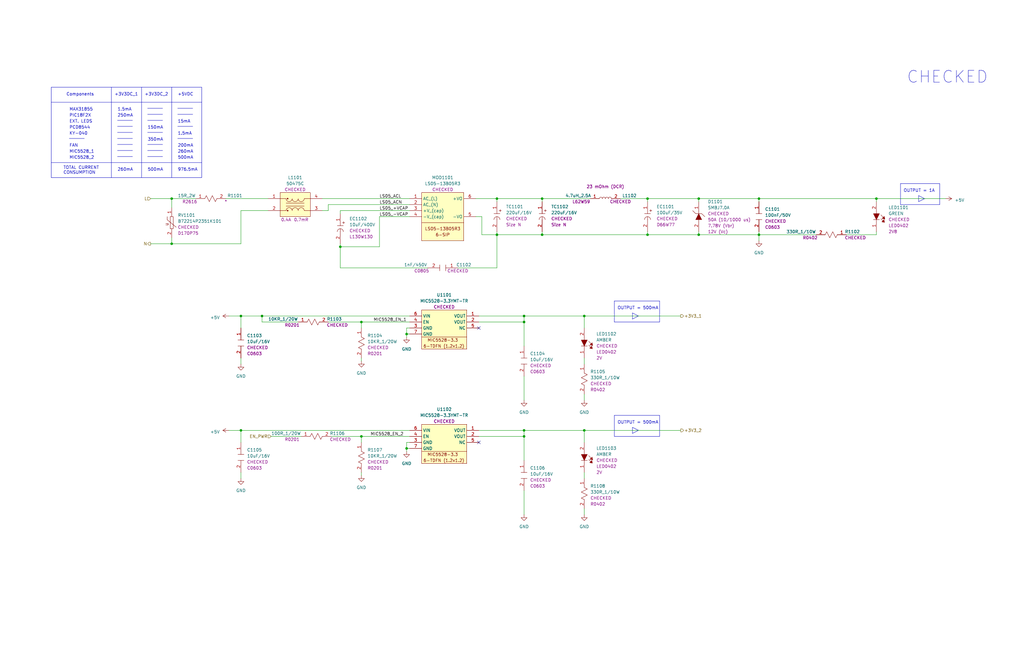
<source format=kicad_sch>
(kicad_sch (version 20230121) (generator eeschema)
  (paper "B")
  (title_block (title "Hot Plate") (date "09/15/2023") (rev "v1.0") (company "Mend0z0") (comment 1 "v1") (comment 3 "Siavash Taher Parvar") (comment 8 "N/A"))
  (lib_symbols
    (symbol "_SCHLIB_HotPlate:CAP_100nF/50V_C0603"
      (property "Reference" "C" (at 3.81 5.08 0))
      (property "Value" "100nF/50V" (at 3.81 7.62 0))
      (property "SCH CHECK" "CHECKED" (at 3.81 22.86 0))
      (property "Package" "C0603" (at 3.81 25.4 0))
      (symbol "CAP_100nF/50V_C0603_0_0"
        (polyline (pts (xy 5.08 1.27) (xy 5.08 -1.27)))
        (polyline (pts (xy 7.62 1.27) (xy 7.62 -1.27)))
      )
      (symbol "CAP_100nF/50V_C0603_1_1"
        (pin passive line (at 0 0 0) (length 5.08) (name "") (number "1"))
        (pin passive line (at 12.7 0 180) (length 5.08) (name "") (number "2"))
      )
    )
    (symbol "_SCHLIB_HotPlate:CAP_10uF/16V-C0603"
      (property "Reference" "C" (at 2.54 3.81 0))
      (property "Value" "10uF{slash}16V" (at 2.54 6.35 0))
      (property "SCH CHECK" "CHECKED" (at 2.54 21.59 0))
      (property "Package" "C0603" (at 2.54 24.13 0))
      (symbol "CAP_10uF/16V-C0603_0_0"
        (polyline (pts (xy 5.08 1.27) (xy 5.08 -1.27)))
        (polyline (pts (xy 7.62 1.27) (xy 7.62 -1.27)))
      )
      (symbol "CAP_10uF/16V-C0603_1_1"
        (pin passive line (at 0 0 0) (length 5.08) (name "") (number "1"))
        (pin passive line (at 12.7 0 180) (length 5.08) (name "") (number "2"))
      )
    )
    (symbol "_SCHLIB_HotPlate:CAP_1nF/450V_C0805"
      (property "Reference" "C" (at 2.54 3.81 0))
      (property "Value" "1nF/450V" (at 2.54 6.35 0))
      (property "SCH CHECK" "CHECKED" (at 2.54 21.59 0))
      (property "Package" "C0805" (at 2.54 24.13 0))
      (symbol "CAP_1nF/450V_C0805_0_0"
        (polyline (pts (xy 5.08 1.27) (xy 5.08 -1.27)))
        (polyline (pts (xy 7.62 1.27) (xy 7.62 -1.27)))
      )
      (symbol "CAP_1nF/450V_C0805_1_1"
        (pin passive line (at 0 0 0) (length 5.08) (name "") (number "1"))
        (pin passive line (at 12.7 0 180) (length 5.08) (name "") (number "2"))
      )
    )
    (symbol "_SCHLIB_HotPlate:CMC_50475C"
      (property "Reference" "L" (at 2.54 2.54 0))
      (property "Value" "50475C" (at 2.54 5.08 0))
      (property "SCH CHECK" "CHECKED" (at 2.54 20.32 0))
      (property "MAX CURRENT" "0.4A" (at 2.54 22.86 0))
      (property "MAX DCR" "0.7mR" (at 2.54 25.4 0))
      (symbol "CMC_50475C_0_1"
        (polyline (pts (xy 0 -2.54) (xy 2.54 -2.54)))
        (polyline (pts (xy 2.54 -7.62) (xy 0 -7.62)))
        (polyline (pts (xy 2.54 -5.715) (xy 10.16 -5.715)))
        (polyline (pts (xy 2.54 -4.445) (xy 10.16 -4.445)))
        (polyline (pts (xy 10.16 -2.54) (xy 12.7 -2.54)))
        (polyline (pts (xy 12.7 -7.62) (xy 10.16 -7.62)))
        (rectangle (start 0 0) (end 12.7 -10.16) (fill (type background)))
        (arc (start 2.54 -2.6396) (mid 3.81 -3.8139) (end 5.08 -2.6396))
        (circle (center 3.175 -7.62) (radius 0.2314) (fill (type outline)))
        (circle (center 3.175 -2.54) (radius 0.2314) (fill (type outline)))
        (arc (start 5.08 -7.5204) (mid 3.81 -6.3461) (end 2.54 -7.5204))
        (arc (start 5.08 -2.6396) (mid 6.35 -3.8139) (end 7.62 -2.6396))
        (arc (start 7.62 -7.5204) (mid 6.35 -6.3461) (end 5.08 -7.5204))
        (arc (start 7.62 -2.6396) (mid 8.89 -3.8139) (end 10.16 -2.6396))
        (arc (start 10.16 -7.5204) (mid 8.89 -6.3461) (end 7.62 -7.5204))
      )
      (symbol "CMC_50475C_1_1"
        (pin passive line (at -5.08 -2.54 0) (length 5.08) (name "") (number "1"))
        (pin passive line (at -5.08 -7.62 0) (length 5.08) (name "") (number "2"))
        (pin passive line (at 17.78 -7.62 180) (length 5.08) (name "") (number "3"))
        (pin passive line (at 17.78 -2.54 180) (length 5.08) (name "") (number "4"))
      )
    )
    (symbol "_SCHLIB_HotPlate:ECAP_10uF/400V_L130W130"
      (property "Reference" "EC" (at 2.54 5.08 0))
      (property "Value" "10uF/400V" (at 2.54 7.62 0))
      (property "SCH CHECK" "CHECKED" (at 2.54 22.86 0))
      (property "Package" "L130W130" (at 2.54 25.4 0))
      (symbol "ECAP_10uF/400V_L130W130_0_0"
        (polyline (pts (xy 5.08 1.27) (xy 5.08 -1.27)))
      )
      (symbol "ECAP_10uF/400V_L130W130_0_1"
        (polyline (pts (xy 6.35 0) (xy 7.62 0)))
        (arc (start 7.6054 1.27) (mid 6.3499 0.0013) (end 7.6028 -1.27))
        (text "+" (at 3.81 1.27 0) (effects (font (size 1.27 1.27))))
      )
      (symbol "ECAP_10uF/400V_L130W130_1_1"
        (pin passive line (at 0 0 0) (length 5.08) (name "") (number "1"))
        (pin passive line (at 12.7 0 180) (length 5.08) (name "") (number "2"))
      )
    )
    (symbol "_SCHLIB_HotPlate:EC_100uF/35V_D66W77"
      (property "Reference" "EC" (at 2.54 5.08 0))
      (property "Value" "100uF/35V" (at 2.54 7.62 0))
      (property "SCH CHECK" "CHECKED" (at 2.54 22.86 0))
      (property "Package" "D66W77" (at 2.54 25.4 0))
      (symbol "EC_100uF/35V_D66W77_0_0"
        (polyline (pts (xy 5.08 1.27) (xy 5.08 -1.27)))
      )
      (symbol "EC_100uF/35V_D66W77_0_1"
        (polyline (pts (xy 6.35 0) (xy 7.62 0)))
        (arc (start 7.6054 1.27) (mid 6.3499 0.0013) (end 7.6028 -1.27))
        (text "+" (at 3.81 1.27 0) (effects (font (size 1.27 1.27))))
      )
      (symbol "EC_100uF/35V_D66W77_1_1"
        (pin passive line (at 0 0 0) (length 5.08) (name "") (number "1"))
        (pin passive line (at 12.7 0 180) (length 5.08) (name "") (number "2"))
      )
    )
    (symbol "_SCHLIB_HotPlate:IND_4.7uH_2.5A_L62W59"
      (property "Reference" "L" (at 2.54 3.81 0))
      (property "Value" "4.7uH_2.5A" (at 2.54 6.35 0))
      (property "SCH CHECK" "CHECKED" (at 2.54 21.59 0))
      (property "MAX DCR" "23 mOhm (DCR)" (at 2.54 24.13 0))
      (property "Package" "L62W59" (at 2.54 26.67 0))
      (symbol "IND_4.7uH_2.5A_L62W59_0_1"
        (arc (start 5.08 0) (mid 4.445 0.6021) (end 3.81 0))
        (arc (start 6.3444 0.0087) (mid 5.7094 0.6108) (end 5.0744 0.0087))
        (arc (start 7.6226 0.0021) (mid 6.9876 0.6042) (end 6.3526 0.0021))
        (arc (start 8.8943 0.0338) (mid 8.2593 0.6359) (end 7.6243 0.0338))
      )
      (symbol "IND_4.7uH_2.5A_L62W59_1_1"
        (pin passive line (at 0 0 0) (length 3.81) (name "") (number "1"))
        (pin passive line (at 12.7 0 180) (length 3.81) (name "") (number "2"))
      )
    )
    (symbol "_SCHLIB_HotPlate:LED_AMBER_0402"
      (property "Reference" "LED" (at 3.81 6.35 0))
      (property "Value" "AMBER" (at 3.81 8.89 0))
      (property "SCH CHECK" "CHECKED" (at 3.81 24.13 0))
      (property "Package" "LED0402" (at 3.81 26.67 0))
      (property "VOLTAGE RATED" "2V" (at 3.81 29.21 0))
      (symbol "LED_AMBER_0402_0_1"
        (polyline (pts (xy 5.588 1.905) (xy 6.604 2.794)))
        (polyline (pts (xy 7.239 1.905) (xy 8.001 2.667)))
        (polyline (pts (xy 7.62 -1.27) (xy 7.62 1.27)))
        (polyline (pts (xy 5.08 1.27) (xy 5.08 -1.27) (xy 7.62 0) (xy 5.08 1.27)) (fill (type outline)))
        (polyline (pts (xy 6.223 3.302) (xy 7.112 2.413) (xy 7.366 3.556) (xy 6.223 3.302)) (fill (type outline)))
        (polyline (pts (xy 7.62 3.175) (xy 8.509 2.286) (xy 8.763 3.429) (xy 7.62 3.175)) (fill (type outline)))
      )
      (symbol "LED_AMBER_0402_1_1"
        (pin passive line (at 12.7 0 180) (length 5.08) (name "") (number "1"))
        (pin passive line (at 0 0 0) (length 5.08) (name "") (number "2"))
      )
    )
    (symbol "_SCHLIB_HotPlate:LED_GREEN_0402"
      (property "Reference" "LED" (at 2.54 5.08 0))
      (property "Value" "GREEN" (at 2.54 7.62 0))
      (property "SCH CHECK" "CHECKED" (at 2.54 22.86 0))
      (property "Package" "LED0402" (at 2.54 25.4 0))
      (property "VOLTAGE RATED" "2V8" (at 2.54 27.94 0))
      (symbol "LED_GREEN_0402_0_1"
        (polyline (pts (xy 5.588 1.905) (xy 6.604 2.794)))
        (polyline (pts (xy 7.239 1.905) (xy 8.001 2.667)))
        (polyline (pts (xy 7.62 -1.27) (xy 7.62 1.27)))
        (polyline (pts (xy 5.08 1.27) (xy 5.08 -1.27) (xy 7.62 0) (xy 5.08 1.27)) (fill (type outline)))
        (polyline (pts (xy 6.223 3.302) (xy 7.112 2.413) (xy 7.366 3.556) (xy 6.223 3.302)) (fill (type outline)))
        (polyline (pts (xy 7.62 3.175) (xy 8.509 2.286) (xy 8.763 3.429) (xy 7.62 3.175)) (fill (type outline)))
      )
      (symbol "LED_GREEN_0402_1_1"
        (pin passive line (at 12.7 0 180) (length 5.08) (name "") (number "1"))
        (pin passive line (at 0 0 0) (length 5.08) (name "") (number "2"))
      )
    )
    (symbol "_SCHLIB_HotPlate:MOV_B72214P2351K101_D170P75"
      (property "Reference" "RV" (at 2.54 3.81 0))
      (property "Value" "B72214P2351K101" (at 2.54 6.35 0))
      (property "SCH CHECK" "CHECKED" (at 2.54 21.59 0))
      (property "Package" "D170P75" (at 2.54 24.13 0))
      (symbol "MOV_B72214P2351K101_D170P75_0_1"
        (polyline (pts (xy 8.255 1.905) (xy 5.08 -1.905) (xy 3.81 -1.905)))
        (polyline (pts (xy 3.81 0.635) (xy 3.81 -0.635) (xy 8.89 -0.635) (xy 8.89 0.635) (xy 3.81 0.635)))
        (text "U" (at 6.985 -1.905 0) (effects (font (size 1.016 1.016))))
      )
      (symbol "MOV_B72214P2351K101_D170P75_1_1"
        (pin passive line (at 0 0 0) (length 3.81) (name "") (number "1"))
        (pin passive line (at 12.7 0 180) (length 3.81) (name "") (number "2"))
      )
    )
    (symbol "_SCHLIB_HotPlate:PMIC_MIC5528-3.3YMT-TR"
      (property "Reference" "U" (at 2.54 2.54 0))
      (property "Value" "MIC5528-3.3YMT-TR" (at 2.54 5.08 0))
      (property "SCH CHECK" "CHECKED" (at 2.54 20.32 0))
      (symbol "PMIC_MIC5528-3.3YMT-TR_0_0"
        (polyline (pts (xy 0 -11.43) (xy 19.05 -11.43)))
        (rectangle (start 0 0) (end 19.05 -16.51) (fill (type background)))
        (text " 6-TDFN (1.2x1.2)" (at 8.89 -15.24 0) (effects (font (size 1.27 1.27))))
        (text "MIC5528-3.3" (at 8.89 -12.7 0) (effects (font (size 1.27 1.27))))
      )
      (symbol "PMIC_MIC5528-3.3YMT-TR_1_1"
        (pin passive line (at 24.13 -2.54 180) (length 5.08) (name "VOUT") (number "1"))
        (pin passive line (at 24.13 -5.08 180) (length 5.08) (name "VOUT") (number "2"))
        (pin passive line (at -5.08 -7.62 0) (length 5.08) (name "GND") (number "3"))
        (pin passive line (at -5.08 -5.08 0) (length 5.08) (name "EN") (number "4"))
        (pin passive line (at 24.13 -7.62 180) (length 5.08) (name "NC") (number "5"))
        (pin passive line (at -5.08 -2.54 0) (length 5.08) (name "VIN") (number "6"))
        (pin passive line (at -5.08 -10.16 0) (length 5.08) (name "GND") (number "7"))
      )
    )
    (symbol "_SCHLIB_HotPlate:PWS_LS05-13B05R3"
      (property "Reference" "MOD" (at 2.54 3.81 0))
      (property "Value" "LS05-13B05R3" (at 2.54 6.35 0))
      (property "SCH CHECK" "CHECKED" (at 2.54 21.59 0))
      (symbol "PWS_LS05-13B05R3_0_0"
        (text "6-SIP" (at 8.89 -17.78 0) (effects (font (size 1.27 1.27))))
        (text "LS05-13B05R3" (at 8.89 -15.24 0) (effects (font (size 1.27 1.27))))
      )
      (symbol "PWS_LS05-13B05R3_0_1"
        (polyline (pts (xy 0 -12.7) (xy 17.78 -12.7)))
        (rectangle (start 0 0) (end 17.78 -20.32) (fill (type background)))
      )
      (symbol "PWS_LS05-13B05R3_1_1"
        (pin passive line (at -5.08 -2.54 0) (length 5.08) (name "AC_(L)") (number "1"))
        (pin passive line (at -5.08 -5.08 0) (length 5.08) (name "AC_(N)") (number "2"))
        (pin passive line (at -5.08 -7.62 0) (length 5.08) (name "+V_(cap)") (number "3"))
        (pin passive line (at -5.08 -10.16 0) (length 5.08) (name "-V_(cap)") (number "4"))
        (pin passive line (at 22.86 -10.16 180) (length 5.08) (name "-VO") (number "5"))
        (pin passive line (at 22.86 -2.54 180) (length 5.08) (name "+VO") (number "6"))
      )
    )
    (symbol "_SCHLIB_HotPlate:RES_100R_1/20W-R0201"
      (property "Reference" "R" (at 2.54 3.81 0))
      (property "Value" "100R_1{slash}20W" (at 2.54 6.35 0))
      (property "SCH CHECK" "CHECKED" (at 2.54 21.59 0))
      (property "Package" "R0201" (at 2.54 24.13 0))
      (symbol "RES_100R_1/20W-R0201_0_0"
        (polyline (pts (xy 3.81 0) (xy 4.445 1.27) (xy 5.715 -1.27) (xy 6.985 1.27) (xy 8.255 -1.27) (xy 8.89 0)))
      )
      (symbol "RES_100R_1/20W-R0201_1_1"
        (pin passive line (at 0 0 0) (length 3.81) (name "") (number "1"))
        (pin passive line (at 12.7 0 180) (length 3.81) (name "") (number "2"))
      )
    )
    (symbol "_SCHLIB_HotPlate:RES_10KR_1/20W-R0201"
      (property "Reference" "R" (at 2.54 5.08 0))
      (property "Value" "10KR_1{slash}20W" (at 2.54 7.62 0))
      (property "SCH CHECK" "CHECKED" (at 2.54 22.86 0))
      (property "Package" "R0201" (at 2.54 25.4 0))
      (symbol "RES_10KR_1/20W-R0201_0_0"
        (polyline (pts (xy 3.81 0) (xy 4.445 1.27) (xy 5.715 -1.27) (xy 6.985 1.27) (xy 8.255 -1.27) (xy 8.89 0)))
      )
      (symbol "RES_10KR_1/20W-R0201_1_1"
        (pin passive line (at 0 0 0) (length 3.81) (name "") (number "1"))
        (pin passive line (at 12.7 0 180) (length 3.81) (name "") (number "2"))
      )
    )
    (symbol "_SCHLIB_HotPlate:RES_15R_2W_R2616"
      (property "Reference" "R" (at 2.54 5.08 0))
      (property "Value" "15R_2W" (at 2.54 7.62 0))
      (property "SCH CHECK" "*" (at 2.54 22.86 0))
      (property "Package" "R2616" (at 2.54 25.4 0))
      (symbol "RES_15R_2W_R2616_0_0"
        (polyline (pts (xy 3.81 0) (xy 4.445 1.27) (xy 5.715 -1.27) (xy 6.985 1.27) (xy 8.255 -1.27) (xy 8.89 0)))
      )
      (symbol "RES_15R_2W_R2616_1_1"
        (pin passive line (at 0 0 0) (length 3.81) (name "") (number "1"))
        (pin passive line (at 12.7 0 180) (length 3.81) (name "") (number "2"))
      )
    )
    (symbol "_SCHLIB_HotPlate:RES_330R_1/10W-R0402"
      (property "Reference" "R" (at 3.81 5.08 0))
      (property "Value" "330R_1{slash}10W" (at 3.81 7.62 0))
      (property "SCH CHECK" "CHECKED" (at 3.81 22.86 0))
      (property "Package" "R0402" (at 3.81 25.4 0))
      (symbol "RES_330R_1/10W-R0402_0_0"
        (polyline (pts (xy 3.81 0) (xy 4.445 1.27) (xy 5.715 -1.27) (xy 6.985 1.27) (xy 8.255 -1.27) (xy 8.89 0)))
      )
      (symbol "RES_330R_1/10W-R0402_1_1"
        (pin passive line (at 0 0 0) (length 3.81) (name "") (number "1"))
        (pin passive line (at 12.7 0 180) (length 3.81) (name "") (number "2"))
      )
    )
    (symbol "_SCHLIB_HotPlate:TCAP_220uF/16V_Size N"
      (property "Reference" "TC" (at 2.54 5.08 0))
      (property "Value" "220uF/16V" (at 2.54 7.62 0))
      (property "SCH CHECK" "CHECKED" (at 2.54 22.86 0))
      (property "Package" "Size N" (at 2.54 25.4 0))
      (symbol "TCAP_220uF/16V_Size N_0_0"
        (polyline (pts (xy 5.08 1.27) (xy 5.08 -1.27)))
      )
      (symbol "TCAP_220uF/16V_Size N_0_1"
        (polyline (pts (xy 6.35 0) (xy 7.62 0)))
        (arc (start 7.6054 1.27) (mid 6.3499 0.0013) (end 7.6028 -1.27))
        (text "+" (at 3.81 1.27 0) (effects (font (size 1.27 1.27))))
      )
      (symbol "TCAP_220uF/16V_Size N_1_1"
        (pin passive line (at 0 0 0) (length 5.08) (name "") (number "1"))
        (pin passive line (at 12.7 0 180) (length 5.08) (name "") (number "2"))
      )
    )
    (symbol "_SCHLIB_HotPlate:TVS_SMBJ7.0A_SMB"
      (property "Reference" "D" (at 2.54 5.08 0))
      (property "Value" "SMBJ7.0A" (at 2.54 7.62 0))
      (property "SCH CHECK" "CHECKED" (at 2.54 22.86 0))
      (property "Ipp" "50A (10/1000 us)" (at 2.54 31.75 0))
      (property "VBR" "7.78V (Vbr)" (at 2.54 26.67 0))
      (property "Vc" "12V (Vc)" (at 2.54 29.21 0))
      (symbol "TVS_SMBJ7.0A_SMB_0_1"
        (polyline (pts (xy 5.08 1.27) (xy 5.08 -1.27) (xy 7.62 0) (xy 5.08 1.27)) (fill (type outline)))
        (polyline (pts (xy 8.89 2.54) (xy 7.62 1.27) (xy 7.62 -1.27) (xy 6.35 -2.54)))
      )
      (symbol "TVS_SMBJ7.0A_SMB_1_1"
        (pin passive line (at 12.7 0 180) (length 5.08) (name "") (number "1"))
        (pin passive line (at 0 0 0) (length 5.08) (name "") (number "2"))
      )
    )
    (symbol "power:+5V" (power) (pin_names (offset 0))
      (property "Value" "+5V" (at 0 3.556 0))
      (symbol "+5V_0_1"
        (polyline (pts (xy -0.762 1.27) (xy 0 2.54)))
        (polyline (pts (xy 0 0) (xy 0 2.54)))
        (polyline (pts (xy 0 2.54) (xy 0.762 1.27)))
      )
      (symbol "+5V_1_1"
        (pin power_in line (at 0 0 90) (length 0) hide (name "+5V") (number "1"))
      )
    )
    (symbol "power:GND" (power) (pin_names (offset 0))
      (property "Value" "GND" (at 0 -3.81 0))
      (symbol "GND_0_1"
        (polyline (pts (xy 0 0) (xy 0 -1.27) (xy 1.27 -1.27) (xy 0 -2.54) (xy -1.27 -1.27) (xy 0 -1.27)))
      )
      (symbol "GND_1_1"
        (pin power_in line (at 0 0 270) (length 0) hide (name "GND") (number "1"))
      )
    )
  )
  (junction (at 246.38 133.35))
  (junction (at 209.55 83.82))
  (junction (at 171.45 140.97))
  (junction (at 220.98 181.61))
  (junction (at 152.4 184.15))
  (junction (at 171.45 189.23))
  (junction (at 101.6 133.35))
  (junction (at 152.4 135.89))
  (junction (at 209.55 99.06))
  (junction (at 220.98 184.15))
  (junction (at 72.39 102.87))
  (junction (at 294.64 99.06))
  (junction (at 320.04 83.82))
  (junction (at 294.64 83.82))
  (junction (at 320.04 99.06))
  (junction (at 228.6 99.06))
  (junction (at 72.39 83.82))
  (junction (at 369.57 83.82))
  (junction (at 110.49 133.35))
  (junction (at 220.98 133.35))
  (junction (at 143.51 104.14))
  (junction (at 273.05 99.06))
  (junction (at 273.05 83.82))
  (junction (at 220.98 135.89))
  (junction (at 228.6 83.82))
  (junction (at 246.38 181.61))
  (junction (at 101.6 181.61))
  (no_connect (at 201.93 138.43))
  (no_connect (at 201.93 186.69))
  (wire (pts (xy 209.55 83.82) (xy 209.55 85.09)))
  (wire (pts (xy 246.38 133.35) (xy 220.98 133.35)))
  (wire (pts (xy 143.51 104.14) (xy 143.51 113.03)))
  (wire (pts (xy 125.73 135.89) (xy 110.49 135.89)))
  (polyline (pts (xy 49.53 63.5) (xy 55.88 63.5)))
  (wire (pts (xy 220.98 168.91) (xy 220.98 158.75)))
  (wire (pts (xy 101.6 102.87) (xy 72.39 102.87)))
  (wire (pts (xy 160.02 91.44) (xy 160.02 104.14)))
  (wire (pts (xy 261.62 83.82) (xy 273.05 83.82)))
  (wire (pts (xy 273.05 97.79) (xy 273.05 99.06)))
  (wire (pts (xy 143.51 104.14) (xy 143.51 102.87)))
  (wire (pts (xy 294.64 83.82) (xy 294.64 85.09)))
  (polyline (pts (xy 49.53 53.34) (xy 55.88 53.34)))
  (polyline (pts (xy 62.23 60.96) (xy 68.58 60.96)))
  (wire (pts (xy 228.6 83.82) (xy 248.92 83.82)))
  (polyline (pts (xy 49.53 66.04) (xy 55.88 66.04)))
  (polyline (pts (xy 62.23 45.72) (xy 68.58 45.72)))
  (polyline (pts (xy 59.69 36.83) (xy 59.69 74.93)))
  (wire (pts (xy 172.72 91.44) (xy 160.02 91.44)))
  (wire (pts (xy 82.55 83.82) (xy 72.39 83.82)))
  (wire (pts (xy 152.4 184.15) (xy 172.72 184.15)))
  (wire (pts (xy 95.25 83.82) (xy 113.03 83.82)))
  (polyline (pts (xy 49.53 50.8) (xy 55.88 50.8)))
  (polyline (pts (xy 278.13 184.15) (xy 259.08 184.15)))
  (wire (pts (xy 246.38 133.35) (xy 287.02 133.35)))
  (wire (pts (xy 172.72 133.35) (xy 110.49 133.35)))
  (polyline (pts (xy 266.7 132.08) (xy 269.24 133.35)))
  (polyline (pts (xy 74.93 58.42) (xy 81.28 58.42)))
  (polyline (pts (xy 259.08 175.26) (xy 259.08 184.15)))
  (wire (pts (xy 139.7 184.15) (xy 152.4 184.15)))
  (wire (pts (xy 72.39 102.87) (xy 72.39 100.33)))
  (wire (pts (xy 63.5 102.87) (xy 72.39 102.87)))
  (polyline (pts (xy 62.23 55.88) (xy 68.58 55.88)))
  (wire (pts (xy 228.6 85.09) (xy 228.6 83.82)))
  (wire (pts (xy 101.6 88.9) (xy 113.03 88.9)))
  (wire (pts (xy 220.98 181.61) (xy 220.98 184.15)))
  (polyline (pts (xy 259.08 175.26) (xy 278.13 175.26)))
  (polyline (pts (xy 74.93 53.34) (xy 81.28 53.34)))
  (wire (pts (xy 201.93 135.89) (xy 220.98 135.89)))
  (wire (pts (xy 320.04 101.6) (xy 320.04 99.06)))
  (polyline (pts (xy 396.24 86.36) (xy 379.73 86.36)))
  (wire (pts (xy 171.45 142.24) (xy 171.45 140.97)))
  (wire (pts (xy 246.38 181.61) (xy 287.02 181.61)))
  (polyline (pts (xy 266.7 180.34) (xy 266.7 182.88)))
  (wire (pts (xy 171.45 138.43) (xy 171.45 140.97)))
  (polyline (pts (xy 62.23 50.8) (xy 68.58 50.8)))
  (polyline (pts (xy 266.7 134.62) (xy 269.24 133.35)))
  (wire (pts (xy 138.43 86.36) (xy 172.72 86.36)))
  (polyline (pts (xy 379.73 77.47) (xy 396.24 77.47)))
  (wire (pts (xy 273.05 99.06) (xy 294.64 99.06)))
  (polyline (pts (xy 387.35 82.55) (xy 389.89 83.82)))
  (polyline (pts (xy 74.93 45.72) (xy 81.28 45.72)))
  (wire (pts (xy 200.66 91.44) (xy 203.2 91.44)))
  (wire (pts (xy 273.05 83.82) (xy 294.64 83.82)))
  (wire (pts (xy 209.55 99.06) (xy 228.6 99.06)))
  (polyline (pts (xy 72.39 36.83) (xy 72.39 74.93)))
  (wire (pts (xy 172.72 138.43) (xy 171.45 138.43)))
  (polyline (pts (xy 21.59 43.18) (xy 85.09 43.18)))
  (wire (pts (xy 220.98 135.89) (xy 220.98 146.05)))
  (polyline (pts (xy 266.7 180.34) (xy 269.24 181.61)))
  (wire (pts (xy 171.45 190.5) (xy 171.45 189.23)))
  (wire (pts (xy 152.4 184.15) (xy 152.4 186.69)))
  (polyline (pts (xy 379.73 77.47) (xy 379.73 86.36)))
  (wire (pts (xy 72.39 83.82) (xy 72.39 87.63)))
  (polyline (pts (xy 278.13 175.26) (xy 278.13 184.15)))
  (wire (pts (xy 369.57 85.09) (xy 369.57 83.82)))
  (wire (pts (xy 246.38 138.43) (xy 246.38 133.35)))
  (wire (pts (xy 356.87 99.06) (xy 369.57 99.06)))
  (polyline (pts (xy 266.7 182.88) (xy 269.24 181.61)))
  (wire (pts (xy 320.04 85.09) (xy 320.04 83.82)))
  (wire (pts (xy 294.64 99.06) (xy 294.64 97.79)))
  (wire (pts (xy 203.2 99.06) (xy 209.55 99.06)))
  (wire (pts (xy 110.49 133.35) (xy 110.49 135.89)))
  (wire (pts (xy 320.04 83.82) (xy 294.64 83.82)))
  (wire (pts (xy 220.98 184.15) (xy 220.98 194.31)))
  (wire (pts (xy 101.6 181.61) (xy 172.72 181.61)))
  (polyline (pts (xy 21.59 68.58) (xy 85.09 68.58)))
  (wire (pts (xy 171.45 140.97) (xy 172.72 140.97)))
  (wire (pts (xy 228.6 97.79) (xy 228.6 99.06)))
  (wire (pts (xy 246.38 168.91) (xy 246.38 166.37)))
  (wire (pts (xy 101.6 181.61) (xy 101.6 186.69)))
  (wire (pts (xy 138.43 88.9) (xy 135.89 88.9)))
  (polyline (pts (xy 387.35 82.55) (xy 387.35 85.09)))
  (polyline (pts (xy 62.23 48.26) (xy 68.58 48.26)))
  (wire (pts (xy 246.38 217.17) (xy 246.38 214.63)))
  (polyline (pts (xy 396.24 77.47) (xy 396.24 86.36)))
  (wire (pts (xy 193.04 113.03) (xy 209.55 113.03)))
  (wire (pts (xy 228.6 99.06) (xy 273.05 99.06)))
  (wire (pts (xy 246.38 181.61) (xy 220.98 181.61)))
  (wire (pts (xy 320.04 99.06) (xy 294.64 99.06)))
  (wire (pts (xy 203.2 91.44) (xy 203.2 99.06)))
  (wire (pts (xy 152.4 135.89) (xy 152.4 138.43)))
  (polyline (pts (xy 278.13 127) (xy 278.13 135.89)))
  (polyline (pts (xy 266.7 132.08) (xy 266.7 134.62)))
  (wire (pts (xy 110.49 133.35) (xy 101.6 133.35)))
  (wire (pts (xy 369.57 83.82) (xy 320.04 83.82)))
  (wire (pts (xy 96.52 133.35) (xy 101.6 133.35)))
  (wire (pts (xy 201.93 184.15) (xy 220.98 184.15)))
  (wire (pts (xy 200.66 83.82) (xy 209.55 83.82)))
  (wire (pts (xy 220.98 133.35) (xy 220.98 135.89)))
  (wire (pts (xy 171.45 189.23) (xy 172.72 189.23)))
  (wire (pts (xy 398.78 83.82) (xy 369.57 83.82)))
  (polyline (pts (xy 62.23 66.04) (xy 68.58 66.04)))
  (polyline (pts (xy 49.53 55.88) (xy 55.88 55.88)))
  (wire (pts (xy 152.4 135.89) (xy 172.72 135.89)))
  (wire (pts (xy 246.38 199.39) (xy 246.38 201.93)))
  (wire (pts (xy 101.6 88.9) (xy 101.6 102.87)))
  (polyline (pts (xy 49.53 60.96) (xy 55.88 60.96)))
  (wire (pts (xy 138.43 135.89) (xy 152.4 135.89)))
  (wire (pts (xy 143.51 88.9) (xy 143.51 90.17)))
  (polyline (pts (xy 74.93 48.26) (xy 81.28 48.26)))
  (wire (pts (xy 101.6 151.13) (xy 101.6 153.67)))
  (polyline (pts (xy 49.53 58.42) (xy 55.88 58.42)))
  (polyline (pts (xy 259.08 127) (xy 259.08 135.89)))
  (polyline (pts (xy 62.23 63.5) (xy 68.58 63.5)))
  (polyline (pts (xy 387.35 85.09) (xy 389.89 83.82)))
  (wire (pts (xy 114.3 184.15) (xy 127 184.15)))
  (wire (pts (xy 172.72 186.69) (xy 171.45 186.69)))
  (wire (pts (xy 369.57 99.06) (xy 369.57 97.79)))
  (wire (pts (xy 135.89 83.82) (xy 172.72 83.82)))
  (polyline (pts (xy 46.99 36.83) (xy 46.99 74.93)))
  (wire (pts (xy 63.5 83.82) (xy 72.39 83.82)))
  (polyline (pts (xy 278.13 135.89) (xy 259.08 135.89)))
  (wire (pts (xy 320.04 99.06) (xy 344.17 99.06)))
  (wire (pts (xy 209.55 97.79) (xy 209.55 99.06)))
  (wire (pts (xy 209.55 113.03) (xy 209.55 99.06)))
  (wire (pts (xy 172.72 88.9) (xy 143.51 88.9)))
  (wire (pts (xy 171.45 186.69) (xy 171.45 189.23)))
  (wire (pts (xy 320.04 97.79) (xy 320.04 99.06)))
  (wire (pts (xy 101.6 133.35) (xy 101.6 138.43)))
  (polyline (pts (xy 29.21 58.42) (xy 35.56 58.42)))
  (wire (pts (xy 152.4 152.4) (xy 152.4 151.13)))
  (wire (pts (xy 273.05 83.82) (xy 273.05 85.09)))
  (wire (pts (xy 209.55 83.82) (xy 228.6 83.82)))
  (wire (pts (xy 246.38 186.69) (xy 246.38 181.61)))
  (wire (pts (xy 201.93 181.61) (xy 220.98 181.61)))
  (wire (pts (xy 220.98 217.17) (xy 220.98 207.01)))
  (wire (pts (xy 96.52 181.61) (xy 101.6 181.61)))
  (polyline (pts (xy 259.08 127) (xy 278.13 127)))
  (wire (pts (xy 143.51 104.14) (xy 160.02 104.14)))
  (wire (pts (xy 152.4 200.66) (xy 152.4 199.39)))
  (wire (pts (xy 138.43 88.9) (xy 138.43 86.36)))
  (wire (pts (xy 101.6 199.39) (xy 101.6 201.93)))
  (wire (pts (xy 201.93 133.35) (xy 220.98 133.35)))
  (wire (pts (xy 246.38 151.13) (xy 246.38 153.67)))
  (wire (pts (xy 143.51 113.03) (xy 180.34 113.03)))
  (rectangle (start 21.59 36.83) (end 85.09 74.93))
  (text "+5VDC" (at 74.93 40.64 0) (effects (font (size 1.27 1.27)) (justify left bottom)))
  (text "500mA" (at 74.93 67.31 0) (effects (font (size 1.27 1.27)) (justify left bottom)))
  (text "260mA" (at 49.53 72.39 0) (effects (font (size 1.27 1.27)) (justify left bottom)))
  (text "350mA" (at 62.23 59.69 0) (effects (font (size 1.27 1.27)) (justify left bottom)))
  (text "1.5mA" (at 49.53 46.99 0) (effects (font (size 1.27 1.27)) (justify left bottom)))
  (text "PIC18F2X" (at 29.21 49.53 0) (effects (font (size 1.27 1.27)) (justify left bottom)))
  (text "TOTAL CURRENT\nCONSUMPTION" (at 26.67 73.66 0) (effects (font (size 1.27 1.27)) (justify left bottom)))
  (text "EXT. LEDS" (at 29.21 52.07 0) (effects (font (size 1.27 1.27)) (justify left bottom)))
  (text "500mA" (at 62.23 72.39 0) (effects (font (size 1.27 1.27)) (justify left bottom)))
  (text "150mA" (at 62.23 54.61 0) (effects (font (size 1.27 1.27)) (justify left bottom)))
  (text "Components" (at 27.94 40.64 0) (effects (font (size 1.27 1.27)) (justify left bottom)))
  (text "200mA" (at 74.93 62.23 0) (effects (font (size 1.27 1.27)) (justify left bottom)))
  (text "260mA" (at 74.93 64.77 0) (effects (font (size 1.27 1.27)) (justify left bottom)))
  (text "+3V3DC_1" (at 48.26 40.64 0) (effects (font (size 1.27 1.27)) (justify left bottom)))
  (text "1.5mA" (at 74.93 57.15 0) (effects (font (size 1.27 1.27)) (justify left bottom)))
  (text "FAN" (at 29.21 62.23 0) (effects (font (size 1.27 1.27)) (justify left bottom)))
  (text "15mA" (at 74.93 52.07 0) (effects (font (size 1.27 1.27)) (justify left bottom)))
  (text "OUTPUT = 500mA" (at 260.35 179.07 0) (effects (font (size 1.27 1.27)) (justify left bottom)))
  (text "976.5mA" (at 74.93 72.39 0) (effects (font (size 1.27 1.27)) (justify left bottom)))
  (text "+3V3DC_2" (at 60.96 40.64 0) (effects (font (size 1.27 1.27)) (justify left bottom)))
  (text "MIC5528_1" (at 29.21 64.77 0) (effects (font (size 1.27 1.27)) (justify left bottom)))
  (text "PCD8544" (at 29.21 54.61 0) (effects (font (size 1.27 1.27)) (justify left bottom)))
  (text "OUTPUT = 500mA" (at 260.35 130.81 0) (effects (font (size 1.27 1.27)) (justify left bottom)))
  (text "250mA" (at 49.53 49.53 0) (effects (font (size 1.27 1.27)) (justify left bottom)))
  (text "CHECKED" (at 382.27 35.56 0) (effects (font (size 5 5)) (justify left bottom)))
  (text "OUTPUT = 1A" (at 381 81.28 0) (effects (font (size 1.27 1.27)) (justify left bottom)))
  (text "MAX31855" (at 29.21 46.99 0) (effects (font (size 1.27 1.27)) (justify left bottom)))
  (text "MIC5528_2" (at 29.21 67.31 0) (effects (font (size 1.27 1.27)) (justify left bottom)))
  (text "KY-040" (at 29.21 57.15 0) (effects (font (size 1.27 1.27)) (justify left bottom)))
  (label "LS05_ACN" (at 160.02 86.36 0))
  (label "LS05_+VCAP" (at 160.02 88.9 0))
  (label "MIC5528_EN_2" (at 156.21 184.15 0))
  (label "LS05_ACL" (at 160.02 83.82 0))
  (label "LS05_-VCAP" (at 160.02 91.44 0))
  (label "MIC5528_EN_1" (at 157.48 135.89 0))
  (hierarchical_label "+3V3_1" (shape output) (at 287.02 133.35 0))
  (hierarchical_label "EN_PWR" (shape input) (at 114.3 184.15 180))
  (hierarchical_label "N" (shape output) (at 63.5 102.87 180))
  (hierarchical_label "L" (shape input) (at 63.5 83.82 180))
  (hierarchical_label "+3V3_2" (shape output) (at 287.02 181.61 0))
  (symbol (lib_id "_SCHLIB_HotPlate:CAP_10uF/16V-C0603") (at 101.6 186.69 270) (unit 1)
    (property "Reference" "C1105" (at 104.14 189.865 90) (effects (justify left)))
    (property "Value" "10uF/16V" (at 104.14 192.405 90) (effects (justify left)))
    (property "Footprint" "Capacitor_SMD:C_0603_1608Metric" (effects hide))
    (property "Datasheet" "https://search.murata.co.jp/Ceramy/image/img/A01X/G101/ENG/GRT188R61C106KE13-01.pdf" (effects hide))
    (property "Description" "10 µF ±10% 16V Ceramic Capacitor X5R 0603 (1608 Metric)" (effects hide))
    (property "Part Number" "GRT188R61C106KE13J" (effects hide))
    (property "Link" "https://www.digikey.ca/en/products/detail/murata-electronics/GRT188R61C106KE13J/13904802" (effects hide))
    (property "SCH CHECK" "CHECKED" (at 104.14 194.945 90) (effects (justify left)))
    (property "Package" "C0603" (at 104.14 197.485 90) (effects (justify left)))
  )
  (symbol (lib_id "_SCHLIB_HotPlate:MOV_B72214P2351K101_D170P75") (at 72.39 87.63 270) (unit 1)
    (property "Reference" "RV1101" (at 74.93 90.805 90) (effects (justify left)))
    (property "Value" "B72214P2351K101" (at 74.93 93.345 90) (effects (justify left)))
    (property "Footprint" "Varistor:RV_Disc_D16.5mm_W6.7mm_P7.5mm" (effects hide))
    (property "Datasheet" "https://product.tdk.com/en/system/files?file=dam/doc/product/protection/voltage/lead-disk-varistor/data_sheet/70/db/var/siov_leaded_advanced_mp_14mm.pdf" (effects hide))
    (property "Description" "560 V 6 kA Varistor 1 Circuit Through Hole Disc 16.5mm" (effects hide))
    (property "Part Number" "B72214P2351K101" (effects hide))
    (property "Link" "https://www.digikey.ca/en/products/detail/epcos-tdk-electronics/B72214P2351K101/4931638" (effects hide))
    (property "SCH CHECK" "CHECKED" (at 74.93 95.885 90) (effects (justify left)))
    (property "Package" "D170P75" (at 74.93 98.425 90) (effects (justify left)))
  )
  (symbol (lib_id "power:GND") (at 220.98 168.91 0) (unit 1)
    (property "Reference" "#PWR01107" (effects hide))
    (property "Value" "GND" (at 220.98 173.99 0))
  )
  (symbol (lib_id "_SCHLIB_HotPlate:LED_AMBER_0402") (at 246.38 138.43 270) (unit 1)
    (property "Reference" "LED1102" (at 251.46 140.9065 90) (effects (justify left)))
    (property "Value" "AMBER" (at 251.46 143.4465 90) (effects (justify left)))
    (property "Footprint" "LED_SMD:LED_0402_1005Metric" (effects hide))
    (property "Datasheet" "https://media.digikey.com/pdf/Data%20Sheets/Harvatek%20PDFs/B2841UY--20D000414U1930.pdf" (effects hide))
    (property "Description" "Amber LED Indication - Discrete 2V 0402 (1005 Metric)" (effects hide))
    (property "Part Number" "B2841UY--20D000414U1930" (effects hide))
    (property "Link" "https://www.digikey.ca/en/products/detail/harvatek-corporation/B2841UY-20D000414U1930/16729525" (effects hide))
    (property "SCH CHECK" "CHECKED" (at 251.46 145.9865 90) (effects (justify left)))
    (property "Package" "LED0402" (at 251.46 148.5265 90) (effects (justify left)))
    (property "VOLTAGE RATED" "2V" (at 251.46 151.0665 90) (effects (justify left)))
  )
  (symbol (lib_id "power:GND") (at 152.4 200.66 0) (unit 1)
    (property "Reference" "#PWR01111" (effects hide))
    (property "Value" "GND" (at 152.4 205.74 0))
  )
  (symbol (lib_id "_SCHLIB_HotPlate:RES_330R_1/10W-R0402") (at 246.38 201.93 270) (unit 1)
    (property "Reference" "R1108" (at 248.92 205.105 90) (effects (justify left)))
    (property "Value" "330R_1/10W" (at 248.92 207.645 90) (effects (justify left)))
    (property "Footprint" "Resistor_SMD:R_0402_1005Metric" (effects hide))
    (property "Datasheet" "https://industrial.panasonic.com/cdbs/www-data/pdf/RDA0000/AOA0000C304.pdf" (effects hide))
    (property "Description" "330 Ohms ±1% 0.1W, 1/10W Chip Resistor 0402 (1005 Metric) Automotive AEC-Q200 Thick Film" (effects hide))
    (property "Part Number" "ERJ-2RKF3300X" (effects hide))
    (property "Link" "https://www.digikey.ca/en/products/detail/panasonic-electronic-components/ERJ-2RKF3300X/1746189" (effects hide))
    (property "SCH CHECK" "CHECKED" (at 248.92 210.185 90) (effects (justify left)))
    (property "Package" "R0402" (at 248.92 212.725 90) (effects (justify left)))
  )
  (symbol (lib_id "_SCHLIB_HotPlate:RES_10KR_1/20W-R0201") (at 152.4 138.43 270) (unit 1)
    (property "Reference" "R1104" (at 154.94 141.605 90) (effects (justify left)))
    (property "Value" "10KR_1/20W" (at 154.94 144.145 90) (effects (justify left)))
    (property "Footprint" "Resistor_SMD:R_0201_0603Metric" (effects hide))
    (property "Datasheet" "https://www.seielect.com/Catalog/SEI-RMCF_RMCP.pdf" (effects hide))
    (property "Description" "10 kOhms ±1% 0.05W, 1/20W Chip Resistor 0201 (0603 Metric) Thick Film" (effects hide))
    (property "Part Number" "RMCF0201FT10K0" (effects hide))
    (property "Link" "https://www.digikey.ca/en/products/detail/stackpole-electronics-inc/RMCF0201FT10K0/1714990" (effects hide))
    (property "SCH CHECK" "CHECKED" (at 154.94 146.685 90) (effects (justify left)))
    (property "Package" "R0201" (at 154.94 149.225 90) (effects (justify left)))
  )
  (symbol (lib_id "power:+5V") (at 96.52 181.61 90) (unit 1)
    (property "Reference" "#PWR01109" (effects hide))
    (property "Value" "+5V" (at 92.71 182.245 90) (effects (justify left)))
  )
  (symbol (lib_id "power:+5V") (at 398.78 83.82 270) (unit 1)
    (property "Reference" "#PWR01101" (effects hide))
    (property "Value" "+5V" (at 402.59 84.455 90) (effects (justify left)))
  )
  (symbol (lib_id "_SCHLIB_HotPlate:PMIC_MIC5528-3.3YMT-TR") (at 177.8 130.81 0) (unit 1)
    (property "Reference" "U1101" (at 187.3013 124.46 0))
    (property "Value" "MIC5528-3.3YMT-TR" (at 187.3013 127 0))
    (property "Footprint" "Package_DFN_QFN:DFN-6-1EP_1.2x1.2mm_P0.4mm_EP0.3x0.94mm_PullBack" (effects hide))
    (property "Datasheet" "https://ww1.microchip.com/downloads/aemDocuments/documents/OTH/ProductDocuments/DataSheets/MIC5528-High-Performance-500mA-LDO-in-Thin-and-Extra-Thin-DFN-Packages-DS20005982B.pdf" (effects hide))
    (property "Description" "Linear Voltage Regulator IC Positive Fixed 1 Output 500mA 6-TDFN (1.2x1.2)" (effects hide))
    (property "Part Number" "MIC5528-3.3YMT-TR" (effects hide))
    (property "Link" "https://www.digikey.ca/en/products/detail/microchip-technology/MIC5528-3-3YMT-TR/4864020" (effects hide))
    (property "SCH CHECK" "CHECKED" (at 187.3013 129.54 0))
  )
  (symbol (lib_id "_SCHLIB_HotPlate:TVS_SMBJ7.0A_SMB") (at 294.64 97.79 90) (unit 1)
    (property "Reference" "D1101" (at 298.45 85.09 90) (effects (justify right)))
    (property "Value" "SMBJ7.0A" (at 298.45 87.63 90) (effects (justify right)))
    (property "Footprint" "Diode_SMD:D_SMB" (effects hide))
    (property "Datasheet" "https://www.bourns.com/docs/Product-Datasheets/SMBJ.pdf" (effects hide))
    (property "Description" "12V Clamp 50A Ipp Tvs Diode Surface Mount SMB (DO-214AA)" (effects hide))
    (property "Part Number" "SMBJ7.0A" (effects hide))
    (property "Link" "https://www.digikey.ca/en/products/detail/bourns-inc/SMBJ7-0A/2254167" (effects hide))
    (property "SCH CHECK" "CHECKED" (at 298.45 90.17 90) (effects (justify right)))
    (property "Ipp" "50A (10/1000 us)" (at 298.45 92.71 90) (effects (justify right)))
    (property "VBR" "7.78V (Vbr)" (at 298.45 95.25 90) (effects (justify right)))
    (property "Vc" "12V (Vc)" (at 298.45 97.79 90) (effects (justify right)))
  )
  (symbol (lib_id "_SCHLIB_HotPlate:CAP_100nF/50V_C0603") (at 320.04 85.09 270) (unit 1)
    (property "Reference" "C1101" (at 322.58 88.265 90) (effects (justify left)))
    (property "Value" "100nF/50V" (at 322.58 90.805 90) (effects (justify left)))
    (property "Footprint" "Capacitor_SMD:C_0603_1608Metric" (effects hide))
    (property "Datasheet" "https://mm.digikey.com/Volume0/opasdata/d220001/medias/docus/609/CL10B104KB8NNNC_Spec.pdf" (effects hide))
    (property "Description" "0.1 µF ±10% 50V Ceramic Capacitor X7R 0603 (1608 Metric)" (effects hide))
    (property "Part Number" "CL10B104KB8NNNC" (effects hide))
    (property "Link" "https://www.digikey.ca/en/products/detail/samsung-electro-mechanics/CL10B104KB8NNNC/3886658" (effects hide))
    (property "SCH CHECK" "CHECKED" (at 322.58 93.345 90) (effects (justify left)))
    (property "Package" "C0603" (at 322.58 95.885 90) (effects (justify left)))
  )
  (symbol (lib_id "_SCHLIB_HotPlate:TCAP_220uF/16V_Size N") (at 228.6 85.09 270) (unit 1)
    (property "Reference" "TC1102" (at 232.41 87.2011 90) (effects (justify left)))
    (property "Value" "220uF/16V" (at 232.41 89.7411 90) (effects (justify left)))
    (property "Footprint" "Capacitor_Tantalum_SMD:CP_EIA-7343-30_AVX-N" (effects hide))
    (property "Datasheet" "https://datasheets.kyocera-avx.com/F93.pdf" (effects hide))
    (property "Description" "220 µF Molded Tantalum Capacitors 16 V 2917 (7343 Metric) 700mOhm @ 100kHz" (effects hide))
    (property "Part Number" "F931C227MNC" (effects hide))
    (property "Link" "https://www.digikey.ca/en/products/detail/kyocera-avx/F931C227MNC/4005195" (effects hide))
    (property "SCH CHECK" "CHECKED" (at 232.41 92.2811 90) (effects (justify left)))
    (property "Package" "Size N" (at 232.41 94.8211 90) (effects (justify left)))
  )
  (symbol (lib_id "_SCHLIB_HotPlate:PMIC_MIC5528-3.3YMT-TR") (at 177.8 179.07 0) (unit 1)
    (property "Reference" "U1102" (at 187.3013 172.72 0))
    (property "Value" "MIC5528-3.3YMT-TR" (at 187.3013 175.26 0))
    (property "Footprint" "Package_DFN_QFN:DFN-6-1EP_1.2x1.2mm_P0.4mm_EP0.3x0.94mm_PullBack" (effects hide))
    (property "Datasheet" "https://ww1.microchip.com/downloads/aemDocuments/documents/OTH/ProductDocuments/DataSheets/MIC5528-High-Performance-500mA-LDO-in-Thin-and-Extra-Thin-DFN-Packages-DS20005982B.pdf" (effects hide))
    (property "Description" "Linear Voltage Regulator IC Positive Fixed 1 Output 500mA 6-TDFN (1.2x1.2)" (effects hide))
    (property "Part Number" "MIC5528-3.3YMT-TR" (effects hide))
    (property "Link" "https://www.digikey.ca/en/products/detail/microchip-technology/MIC5528-3-3YMT-TR/4864020" (effects hide))
    (property "SCH CHECK" "CHECKED" (at 187.3013 177.8 0))
  )
  (symbol (lib_id "_SCHLIB_HotPlate:EC_100uF/35V_D66W77") (at 273.05 85.09 270) (unit 1)
    (property "Reference" "EC1101" (at 276.86 87.2011 90) (effects (justify left)))
    (property "Value" "100uF/35V" (at 276.86 89.7411 90) (effects (justify left)))
    (property "Footprint" "Capacitor_SMD:CP_Elec_6.3x7.7" (effects hide))
    (property "Datasheet" "https://www.cde.com/resources/catalogs/AFK.pdf" (effects hide))
    (property "Description" "100 µF 35 V Aluminum Electrolytic Capacitors Radial, Can - SMD 340mOhm @ 100kHz 2000 Hrs @ 105°C" (effects hide))
    (property "Part Number" "AFK107M35X16T-F" (effects hide))
    (property "Link" "https://www.digikey.ca/en/products/detail/cornell-dubilier-electronics-cde/AFK107M35X16T-F/1922421" (effects hide))
    (property "SCH CHECK" "CHECKED" (at 276.86 92.2811 90) (effects (justify left)))
    (property "Package" "D66W77" (at 276.86 94.8211 90) (effects (justify left)))
  )
  (symbol (lib_id "power:+5V") (at 96.52 133.35 90) (unit 1)
    (property "Reference" "#PWR01103" (effects hide))
    (property "Value" "+5V" (at 92.71 133.985 90) (effects (justify left)))
  )
  (symbol (lib_id "_SCHLIB_HotPlate:ECAP_10uF/400V_L130W130") (at 143.51 90.17 270) (unit 1)
    (property "Reference" "EC1102" (at 147.32 92.2811 90) (effects (justify left)))
    (property "Value" "10uF/400V" (at 147.32 94.8211 90) (effects (justify left)))
    (property "Footprint" "_PCBLIB_HotPlate:CAP_S-V_12P5X13P5_RUB" (effects hide))
    (property "Datasheet" "https://www.rubycon.co.jp/wp-content/uploads/catalog-aluminum/SGV.pdf" (effects hide))
    (property "Description" "10 µF 400 V Aluminum Electrolytic Capacitors Radial, Can - SMD 5000 Hrs @ 105°C" (effects hide))
    (property "Part Number" "400SGV10M12.5X13.5" (effects hide))
    (property "Link" "https://www.digikey.ca/en/products/detail/rubycon/400SGV10M12-5X13-5/6185668" (effects hide))
    (property "SCH CHECK" "CHECKED" (at 147.32 97.3611 90) (effects (justify left)))
    (property "Package" "L130W130" (at 147.32 99.9011 90) (effects (justify left)))
  )
  (symbol (lib_id "_SCHLIB_HotPlate:RES_10KR_1/20W-R0201") (at 152.4 186.69 270) (unit 1)
    (property "Reference" "R1107" (at 154.94 189.865 90) (effects (justify left)))
    (property "Value" "10KR_1/20W" (at 154.94 192.405 90) (effects (justify left)))
    (property "Footprint" "Resistor_SMD:R_0201_0603Metric" (effects hide))
    (property "Datasheet" "https://www.seielect.com/Catalog/SEI-RMCF_RMCP.pdf" (effects hide))
    (property "Description" "10 kOhms ±1% 0.05W, 1/20W Chip Resistor 0201 (0603 Metric) Thick Film" (effects hide))
    (property "Part Number" "RMCF0201FT10K0" (effects hide))
    (property "Link" "https://www.digikey.ca/en/products/detail/stackpole-electronics-inc/RMCF0201FT10K0/1714990" (effects hide))
    (property "SCH CHECK" "CHECKED" (at 154.94 194.945 90) (effects (justify left)))
    (property "Package" "R0201" (at 154.94 197.485 90) (effects (justify left)))
  )
  (symbol (lib_id "_SCHLIB_HotPlate:CMC_50475C") (at 118.11 81.28 0) (unit 1)
    (property "Reference" "L1101" (at 124.46 74.93 0))
    (property "Value" "50475C" (at 124.46 77.47 0))
    (property "Footprint" "_PCBLIB_HotPlate:IND_50XXXC_MUR" (effects hide))
    (property "Datasheet" "https://www.murata.com/products/productdata/8816045555742/kmp-5000c.pdf" (effects hide))
    (property "Description" "4.7 mH @ 100 kHz 2 Line Common Mode Choke Surface Mount 400mA DCR 700mOhm" (effects hide))
    (property "Part Number" "50475C" (effects hide))
    (property "Link" "https://www.digikey.ca/en/products/detail/murata-power-solutions-inc/50475C/1924515?s=N4IgjCBcoEwdIDGUBmBDANgZwKYBoQB7KAbRAGYAOAThhnJAF0CAHAFyhAGU2AnASwB2AcxABfAmGqUooZJHTZ8RUuDjkYANiasOkbnyGiJ4WgwTzFuAsUhkpMagFZtBdTCcB2EG7haZbuSank4yzCDsnDwCIuKS0tSySKiY1ip2IAAMTCZ0njIWKUo2qgAsAHSeAAQAtgASVQACVWCZmVUA1nUAXjoReiAAwoQAriwYOAAmAKqC-GwA8igAsjhoWCO8OHEgALQwSfJ8I8q2ZE45YmJAA" (effects hide))
    (property "SCH CHECK" "CHECKED" (at 124.46 80.01 0))
    (property "MAX CURRENT" "0.4A" (at 120.65 92.71 0))
    (property "MAX DCR" "0.7mR" (at 127 92.71 0))
  )
  (symbol (lib_id "_SCHLIB_HotPlate:RES_10KR_1/20W-R0201") (at 125.73 135.89 0) (unit 1)
    (property "Reference" "R1103" (at 140.97 134.62 0))
    (property "Value" "10KR_1/20W" (at 119.38 134.62 0))
    (property "Footprint" "Resistor_SMD:R_0201_0603Metric" (effects hide))
    (property "Datasheet" "https://www.seielect.com/Catalog/SEI-RMCF_RMCP.pdf" (effects hide))
    (property "Description" "10 kOhms ±1% 0.05W, 1/20W Chip Resistor 0201 (0603 Metric) Thick Film" (effects hide))
    (property "Part Number" "RMCF0201FT10K0" (effects hide))
    (property "Link" "https://www.digikey.ca/en/products/detail/stackpole-electronics-inc/RMCF0201FT10K0/1714990" (effects hide))
    (property "SCH CHECK" "CHECKED" (at 142.24 137.16 0))
    (property "Package" "R0201" (at 123.19 137.16 0))
  )
  (symbol (lib_id "_SCHLIB_HotPlate:CAP_10uF/16V-C0603") (at 220.98 146.05 270) (unit 1)
    (property "Reference" "C1104" (at 223.52 149.225 90) (effects (justify left)))
    (property "Value" "10uF/16V" (at 223.52 151.765 90) (effects (justify left)))
    (property "Footprint" "Capacitor_SMD:C_0603_1608Metric" (effects hide))
    (property "Datasheet" "https://search.murata.co.jp/Ceramy/image/img/A01X/G101/ENG/GRT188R61C106KE13-01.pdf" (effects hide))
    (property "Description" "10 µF ±10% 16V Ceramic Capacitor X5R 0603 (1608 Metric)" (effects hide))
    (property "Part Number" "GRT188R61C106KE13J" (effects hide))
    (property "Link" "https://www.digikey.ca/en/products/detail/murata-electronics/GRT188R61C106KE13J/13904802" (effects hide))
    (property "SCH CHECK" "CHECKED" (at 223.52 154.305 90) (effects (justify left)))
    (property "Package" "C0603" (at 223.52 156.845 90) (effects (justify left)))
  )
  (symbol (lib_id "power:GND") (at 220.98 217.17 0) (unit 1)
    (property "Reference" "#PWR01113" (effects hide))
    (property "Value" "GND" (at 220.98 222.25 0))
  )
  (symbol (lib_id "_SCHLIB_HotPlate:RES_100R_1/20W-R0201") (at 127 184.15 0) (unit 1)
    (property "Reference" "R1106" (at 142.24 182.88 0))
    (property "Value" "100R_1/20W" (at 120.65 182.88 0))
    (property "Footprint" "Resistor_SMD:R_0201_0603Metric" (effects hide))
    (property "Datasheet" "https://www.seielect.com/Catalog/SEI-RMCF_RMCP.pdf" (effects hide))
    (property "Description" "100 Ohms ±1% 0.05W, 1/20W Chip Resistor 0201 (0603 Metric) Thick Film" (effects hide))
    (property "Part Number" "RMCF0201FT100R" (effects hide))
    (property "Link" "https://www.digikey.ca/en/products/detail/stackpole-electronics-inc/RMCF0201FT100R/1714988" (effects hide))
    (property "SCH CHECK" "CHECKED" (at 143.51 185.42 0))
    (property "Package" "R0201" (at 123.19 185.42 0))
  )
  (symbol (lib_id "_SCHLIB_HotPlate:TCAP_220uF/16V_Size N") (at 209.55 85.09 270) (unit 1)
    (property "Reference" "TC1101" (at 213.36 87.2011 90) (effects (justify left)))
    (property "Value" "220uF/16V" (at 213.36 89.7411 90) (effects (justify left)))
    (property "Footprint" "Capacitor_Tantalum_SMD:CP_EIA-7343-30_AVX-N" (effects hide))
    (property "Datasheet" "https://datasheets.kyocera-avx.com/F93.pdf" (effects hide))
    (property "Description" "220 µF Molded Tantalum Capacitors 16 V 2917 (7343 Metric) 700mOhm @ 100kHz" (effects hide))
    (property "Part Number" "F931C227MNC" (effects hide))
    (property "Link" "https://www.digikey.ca/en/products/detail/kyocera-avx/F931C227MNC/4005195" (effects hide))
    (property "SCH CHECK" "CHECKED" (at 213.36 92.2811 90) (effects (justify left)))
    (property "Package" "Size N" (at 213.36 94.8211 90) (effects (justify left)))
  )
  (symbol (lib_id "power:GND") (at 171.45 190.5 0) (unit 1)
    (property "Reference" "#PWR01110" (effects hide))
    (property "Value" "GND" (at 171.45 195.58 0))
  )
  (symbol (lib_id "power:GND") (at 246.38 168.91 0) (unit 1)
    (property "Reference" "#PWR01108" (effects hide))
    (property "Value" "GND" (at 246.38 173.99 0))
  )
  (symbol (lib_id "_SCHLIB_HotPlate:CAP_10uF/16V-C0603") (at 220.98 194.31 270) (unit 1)
    (property "Reference" "C1106" (at 223.52 197.485 90) (effects (justify left)))
    (property "Value" "10uF/16V" (at 223.52 200.025 90) (effects (justify left)))
    (property "Footprint" "Capacitor_SMD:C_0603_1608Metric" (effects hide))
    (property "Datasheet" "https://search.murata.co.jp/Ceramy/image/img/A01X/G101/ENG/GRT188R61C106KE13-01.pdf" (effects hide))
    (property "Description" "10 µF ±10% 16V Ceramic Capacitor X5R 0603 (1608 Metric)" (effects hide))
    (property "Part Number" "GRT188R61C106KE13J" (effects hide))
    (property "Link" "https://www.digikey.ca/en/products/detail/murata-electronics/GRT188R61C106KE13J/13904802" (effects hide))
    (property "SCH CHECK" "CHECKED" (at 223.52 202.565 90) (effects (justify left)))
    (property "Package" "C0603" (at 223.52 205.105 90) (effects (justify left)))
  )
  (symbol (lib_id "power:GND") (at 101.6 153.67 0) (unit 1)
    (property "Reference" "#PWR01106" (effects hide))
    (property "Value" "GND" (at 101.6 158.75 0))
  )
  (symbol (lib_id "_SCHLIB_HotPlate:RES_15R_2W_R2616") (at 82.55 83.82 0) (unit 1)
    (property "Reference" "R1101" (at 99.06 82.55 0))
    (property "Value" "15R_2W" (at 78.74 82.55 0))
    (property "Footprint" "_PCBLIB_HotPlate:RES_SMF2_TYCO_TYC" (effects hide))
    (property "Datasheet" "https://www.te.com/usa-en/product-5-1676966-3.datasheet.pdf" (effects hide))
    (property "Description" "15 Ohms ±5% 2W Chip Resistor 2616 (6740 Metric), J-Lead Flame Retardant Coating, Safety Wirewound" (effects hide))
    (property "Part Number" "SMW215RJT" (effects hide))
    (property "Link" "https://www.digikey.ca/en/products/detail/te-connectivity-passive-product/SMW215RJT/2366515" (effects hide))
    (property "SCH CHECK" "*" (at 95.25 85.09 0))
    (property "Package" "R2616" (at 80.01 85.09 0))
  )
  (symbol (lib_id "_SCHLIB_HotPlate:RES_330R_1/10W-R0402") (at 356.87 99.06 180) (unit 1)
    (property "Reference" "R1102" (at 359.41 97.79 0))
    (property "Value" "330R_1/10W" (at 337.82 97.79 0))
    (property "Footprint" "Resistor_SMD:R_0402_1005Metric" (effects hide))
    (property "Datasheet" "https://industrial.panasonic.com/cdbs/www-data/pdf/RDA0000/AOA0000C304.pdf" (effects hide))
    (property "Description" "330 Ohms ±1% 0.1W, 1/10W Chip Resistor 0402 (1005 Metric) Automotive AEC-Q200 Thick Film" (effects hide))
    (property "Part Number" "ERJ-2RKF3300X" (effects hide))
    (property "Link" "https://www.digikey.ca/en/products/detail/panasonic-electronic-components/ERJ-2RKF3300X/1746189" (effects hide))
    (property "SCH CHECK" "CHECKED" (at 360.68 100.33 0))
    (property "Package" "R0402" (at 341.63 100.33 0))
  )
  (symbol (lib_id "_SCHLIB_HotPlate:IND_4.7uH_2.5A_L62W59") (at 248.92 83.82 0) (unit 1)
    (property "Reference" "L1102" (at 265.43 82.55 0))
    (property "Value" "4.7uH_2.5A" (at 243.84 82.55 0))
    (property "Footprint" "_PCBLIB_HotPlate:IND_6045_TDK" (effects hide))
    (property "Datasheet" "https://mm.digikey.com/Volume0/opasdata/d220001/medias/docus/515/CLF6045_H_Series.pdf" (effects hide))
    (property "Description" "4.7 µH Shielded Drum Core, Wirewound Inductor 3.2 A 23mOhm Nonstandard" (effects hide))
    (property "Part Number" "CLF6045T-4R7N-H" (effects hide))
    (property "Link" "https://www.digikey.ca/en/products/detail/tdk-corporation/CLF6045T-4R7N-H/4168152" (effects hide))
    (property "SCH CHECK" "CHECKED" (at 261.62 85.09 0))
    (property "MAX DCR" "23 mOhm (DCR)" (at 255.2721 78.74 0))
    (property "Package" "L62W59" (at 245.11 85.09 0))
  )
  (symbol (lib_id "power:GND") (at 246.38 217.17 0) (unit 1)
    (property "Reference" "#PWR01114" (effects hide))
    (property "Value" "GND" (at 246.38 222.25 0))
  )
  (symbol (lib_id "_SCHLIB_HotPlate:PWS_LS05-13B05R3") (at 177.8 81.28 0) (unit 1)
    (property "Reference" "MOD1101" (at 186.69 74.93 0))
    (property "Value" "LS05-13B05R3" (at 186.69 77.47 0))
    (property "Footprint" "_PCBLIB_HotPlate:CONV_LS05-13B05R3" (effects hide))
    (property "Datasheet" "https://www.mornsun-power.com/html/pdf/LS05-13B05R3.html" (effects hide))
    (property "Description" "Open Frame AC DC Converters 1 Output 5V 1A 85 ~ 305 VAC, 70 ~ 430 VDC Input" (effects hide))
    (property "Part Number" "LS05-13B05R3" (effects hide))
    (property "Link" "https://www.digikey.ca/en/products/detail/mornsun-america-llc/LS05-13B05R3/13531040?s=N4IgTCBcDaIDIGUAMBWAtARgMwCFUCUsQBdAXyA" (effects hide))
    (property "SCH CHECK" "CHECKED" (at 186.69 80.01 0))
  )
  (symbol (lib_id "_SCHLIB_HotPlate:LED_AMBER_0402") (at 246.38 186.69 270) (unit 1)
    (property "Reference" "LED1103" (at 251.46 189.1665 90) (effects (justify left)))
    (property "Value" "AMBER" (at 251.46 191.7065 90) (effects (justify left)))
    (property "Footprint" "LED_SMD:LED_0402_1005Metric" (effects hide))
    (property "Datasheet" "https://media.digikey.com/pdf/Data%20Sheets/Harvatek%20PDFs/B2841UY--20D000414U1930.pdf" (effects hide))
    (property "Description" "Amber LED Indication - Discrete 2V 0402 (1005 Metric)" (effects hide))
    (property "Part Number" "B2841UY--20D000414U1930" (effects hide))
    (property "Link" "https://www.digikey.ca/en/products/detail/harvatek-corporation/B2841UY-20D000414U1930/16729525" (effects hide))
    (property "SCH CHECK" "CHECKED" (at 251.46 194.2465 90) (effects (justify left)))
    (property "Package" "LED0402" (at 251.46 196.7865 90) (effects (justify left)))
    (property "VOLTAGE RATED" "2V" (at 251.46 199.3265 90) (effects (justify left)))
  )
  (symbol (lib_id "_SCHLIB_HotPlate:CAP_10uF/16V-C0603") (at 101.6 138.43 270) (unit 1)
    (property "Reference" "C1103" (at 104.14 141.605 90) (effects (justify left)))
    (property "Value" "10uF/16V" (at 104.14 144.145 90) (effects (justify left)))
    (property "Footprint" "Capacitor_SMD:C_0603_1608Metric" (effects hide))
    (property "Datasheet" "https://search.murata.co.jp/Ceramy/image/img/A01X/G101/ENG/GRT188R61C106KE13-01.pdf" (effects hide))
    (property "Description" "10 µF ±10% 16V Ceramic Capacitor X5R 0603 (1608 Metric)" (effects hide))
    (property "Part Number" "GRT188R61C106KE13J" (effects hide))
    (property "Link" "https://www.digikey.ca/en/products/detail/murata-electronics/GRT188R61C106KE13J/13904802" (effects hide))
    (property "SCH CHECK" "CHECKED" (at 104.14 146.685 90) (effects (justify left)))
    (property "Package" "C0603" (at 104.14 149.225 90) (effects (justify left)))
  )
  (symbol (lib_id "power:GND") (at 320.04 101.6 0) (unit 1)
    (property "Reference" "#PWR01102" (effects hide))
    (property "Value" "GND" (at 320.04 106.68 0))
  )
  (symbol (lib_id "_SCHLIB_HotPlate:CAP_1nF/450V_C0805") (at 193.04 113.03 180) (unit 1)
    (property "Reference" "C1102" (at 195.58 111.76 0))
    (property "Value" "1nF/450V" (at 175.26 111.76 0))
    (property "Footprint" "Capacitor_SMD:C_0805_2012Metric" (effects hide))
    (property "Datasheet" "https://product.tdk.com/en/system/files?file=dam/doc/product/capacitor/ceramic/mlcc/catalog/mlcc_automotive_soft_en.pdf" (effects hide))
    (property "Description" "1000 pF ±5% 450V Ceramic Capacitor C0G, NP0 0805 (2012 Metric)" (effects hide))
    (property "Part Number" "CGA4C4C0G2W102J060AE" (effects hide))
    (property "Link" "https://www.digikey.ca/en/products/detail/tdk-corporation/CGA4C4C0G2W102J060AE/8555455" (effects hide))
    (property "SCH CHECK" "CHECKED" (at 193.04 114.3 0))
    (property "Package" "C0805" (at 177.8 114.3 0))
  )
  (symbol (lib_id "_SCHLIB_HotPlate:LED_GREEN_0402") (at 369.57 85.09 270) (unit 1)
    (property "Reference" "LED1101" (at 374.65 87.5665 90) (effects (justify left)))
    (property "Value" "GREEN" (at 374.65 90.1065 90) (effects (justify left)))
    (property "Footprint" "LED_SMD:LED_0402_1005Metric" (effects hide))
    (property "Datasheet" "https://media.digikey.com/pdf/Data%20Sheets/Harvatek%20PDFs/B2841NG--05D000514U1930.pdf" (effects hide))
    (property "Description" "Green 529nm LED Indication - Discrete 2.8V 0402 (1005 Metric)" (effects hide))
    (property "Part Number" "B2841NG--05D000514U1930" (effects hide))
    (property "Link" "https://www.digikey.ca/en/products/detail/harvatek-corporation/B2841NG-05D000514U1930/16729536" (effects hide))
    (property "SCH CHECK" "CHECKED" (at 374.65 92.6465 90) (effects (justify left)))
    (property "Package" "LED0402" (at 374.65 95.1865 90) (effects (justify left)))
    (property "VOLTAGE RATED" "2V8" (at 374.65 97.7265 90) (effects (justify left)))
  )
  (symbol (lib_id "power:GND") (at 171.45 142.24 0) (unit 1)
    (property "Reference" "#PWR01104" (effects hide))
    (property "Value" "GND" (at 171.45 147.32 0))
  )
  (symbol (lib_id "_SCHLIB_HotPlate:RES_330R_1/10W-R0402") (at 246.38 153.67 270) (unit 1)
    (property "Reference" "R1105" (at 248.92 156.845 90) (effects (justify left)))
    (property "Value" "330R_1/10W" (at 248.92 159.385 90) (effects (justify left)))
    (property "Footprint" "Resistor_SMD:R_0402_1005Metric" (effects hide))
    (property "Datasheet" "https://industrial.panasonic.com/cdbs/www-data/pdf/RDA0000/AOA0000C304.pdf" (effects hide))
    (property "Description" "330 Ohms ±1% 0.1W, 1/10W Chip Resistor 0402 (1005 Metric) Automotive AEC-Q200 Thick Film" (effects hide))
    (property "Part Number" "ERJ-2RKF3300X" (effects hide))
    (property "Link" "https://www.digikey.ca/en/products/detail/panasonic-electronic-components/ERJ-2RKF3300X/1746189" (effects hide))
    (property "SCH CHECK" "CHECKED" (at 248.92 161.925 90) (effects (justify left)))
    (property "Package" "R0402" (at 248.92 164.465 90) (effects (justify left)))
  )
  (symbol (lib_id "power:GND") (at 101.6 201.93 0) (unit 1)
    (property "Reference" "#PWR01112" (effects hide))
    (property "Value" "GND" (at 101.6 207.01 0))
  )
  (symbol (lib_id "power:GND") (at 152.4 152.4 0) (unit 1)
    (property "Reference" "#PWR01105" (effects hide))
    (property "Value" "GND" (at 152.4 157.48 0))
  )
)
</source>
